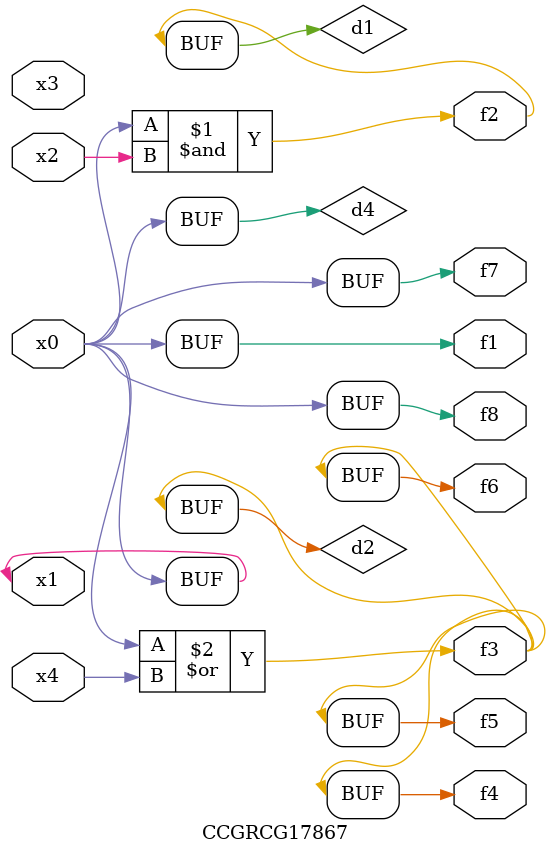
<source format=v>
module CCGRCG17867(
	input x0, x1, x2, x3, x4,
	output f1, f2, f3, f4, f5, f6, f7, f8
);

	wire d1, d2, d3, d4;

	and (d1, x0, x2);
	or (d2, x0, x4);
	nand (d3, x0, x2);
	buf (d4, x0, x1);
	assign f1 = d4;
	assign f2 = d1;
	assign f3 = d2;
	assign f4 = d2;
	assign f5 = d2;
	assign f6 = d2;
	assign f7 = d4;
	assign f8 = d4;
endmodule

</source>
